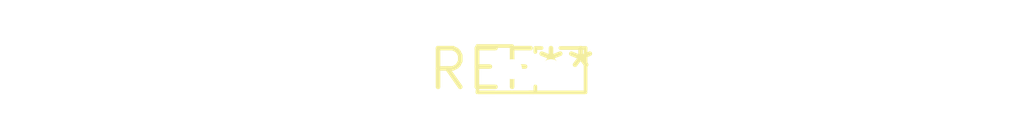
<source format=kicad_pcb>
(kicad_pcb (version 20240108) (generator pcbnew)
  (layers (0 "F.Cu" signal) (31 "B.Cu" signal) (34 "B.Paste" user) (35 "F.Paste" user) (36 "B.SilkS" user "B.Silkscreen") (37 "F.SilkS" user "F.Silkscreen") (38 "B.Mask" user) (39 "F.Mask" user) (44 "Edge.Cuts" user))
  (net 0 "")
  (footprint "PinHeader_2x01_P1.27mm_Vertical" (layer "F.Cu") (at 0 0)
    (property "Reference" "REF**")
    (property "Value" "PinHeader_2x01_P1.27mm_Vertical")
    (fp_line (start -1.13 -0.76) (end 0 -0.76) (layer "F.SilkS") (stroke (width 0.12)))
    (fp_line (start -1.13 0) (end -1.13 -0.76) (layer "F.SilkS") (stroke (width 0.12)))
    (fp_line (start -1.13 0.76) (end -1.13 0.695) (layer "F.SilkS") (stroke (width 0.12)))
    (fp_line (start -1.13 0.76) (end -0.563471 0.76) (layer "F.SilkS") (stroke (width 0.12)))
    (fp_line (start -1.13 0.76) (end 2.4 0.76) (layer "F.SilkS") (stroke (width 0.12)))
    (fp_line (start 0.563471 0.76) (end 0.706529 0.76) (layer "F.SilkS") (stroke (width 0.12)))
    (fp_line (start 0.76 -0.695) (end 0.96247 -0.695) (layer "F.SilkS") (stroke (width 0.12)))
    (fp_line (start 0.76 -0.563471) (end 0.76 -0.695) (layer "F.SilkS") (stroke (width 0.12)))
    (fp_line (start 0.76 0.706529) (end 0.76 0.563471) (layer "F.SilkS") (stroke (width 0.12)))
    (fp_line (start 1.57753 -0.695) (end 2.4 -0.695) (layer "F.SilkS") (stroke (width 0.12)))
    (fp_line (start 2.4 -0.695) (end 2.4 0.695) (layer "F.SilkS") (stroke (width 0.12)))
    (pad "1" thru_hole rect (at 0 0) (size 1 1) (drill 0.65) (layers *.Cu *.Mask) (remove_unused_layers))
    (pad "2" thru_hole oval (at 1.27 0) (size 1 1) (drill 0.65) (layers *.Cu *.Mask) (remove_unused_layers))
  )
)
</source>
